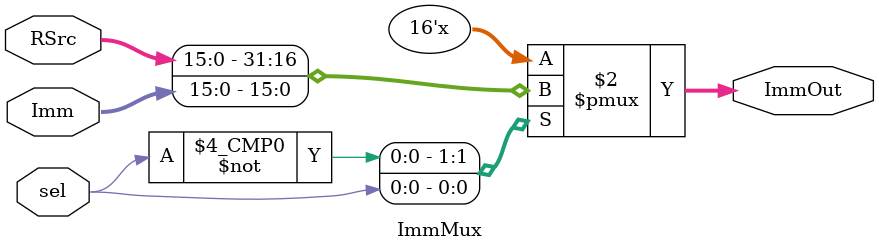
<source format=v>
module ImmMux #(
					parameter BIT_WIDTH = 16
				)(
					input wire [BIT_WIDTH - 1:0]RSrc, Imm,
					input wire sel,
					output reg [BIT_WIDTH - 1:0]ImmOut
				);
				
				always @(*) begin
					case(sel)
						0: ImmOut = RSrc;
						1: ImmOut = Imm;
					endcase
				end
endmodule
</source>
